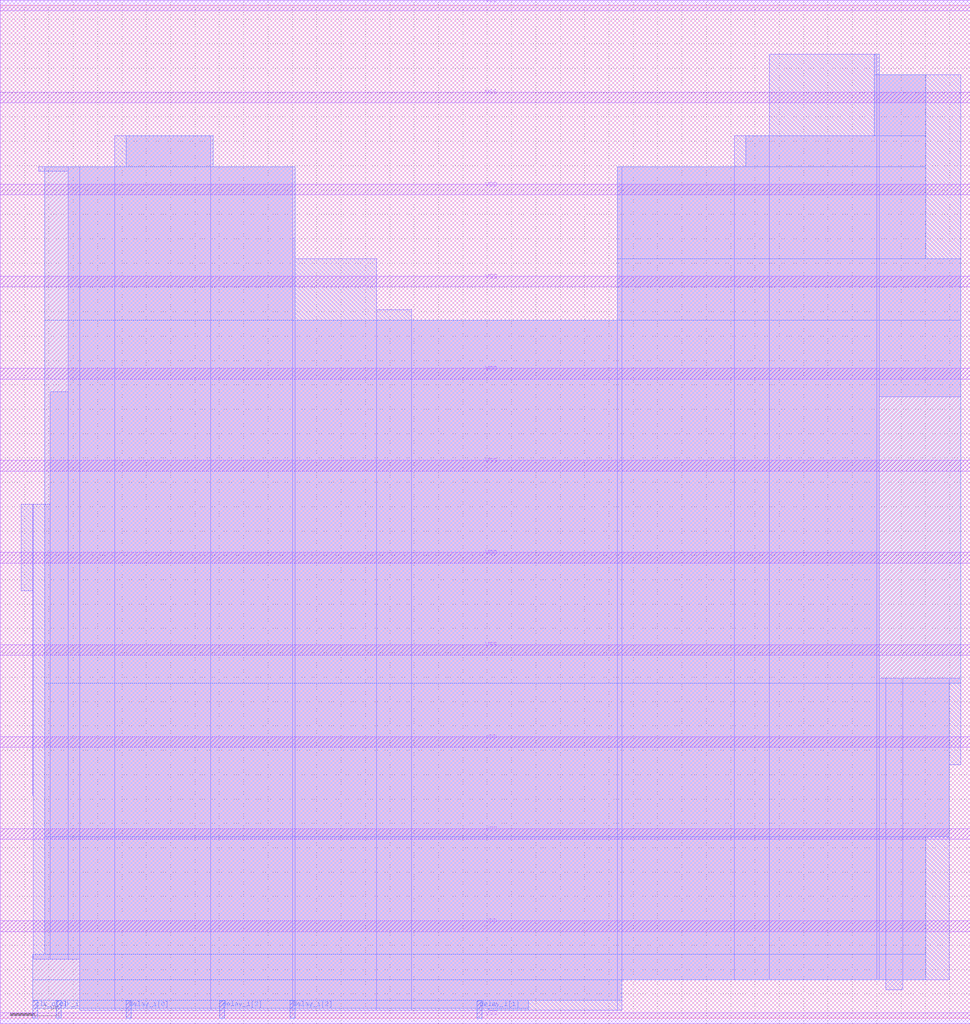
<source format=lef>
VERSION 5.8 ;
BUSBITCHARS "[]" ;
DIVIDERCHAR "/" ;
UNITS
    DATABASE MICRONS 1000 ;
END UNITS
MACRO delay_line_D4_O1_6P000
  FOREIGN delay_line_D4_O1_6P000 0 0 ;
  CLASS BLOCK ;
  SIZE 39.84 BY 41.58 ;
  PIN clk_i
    DIRECTION INPUT ;
    USE SIGNAL ;
    PORT
      LAYER Metal3 ;
        RECT  2.3 0 2.5 0.72 ;
    END
  END clk_i
  PIN clk_o[0]
    DIRECTION OUTPUT ;
    USE SIGNAL ;
    PORT
      LAYER Metal3 ;
        RECT  1.34 0 1.54 0.72 ;
    END
  END clk_o[0]
  PIN delay_i[0]
    DIRECTION INPUT ;
    USE SIGNAL ;
    PORT
      LAYER Metal3 ;
        RECT  5.18 0 5.38 0.72 ;
    END
  END delay_i[0]
  PIN delay_i[1]
    DIRECTION INPUT ;
    USE SIGNAL ;
    PORT
      LAYER Metal3 ;
        RECT  19.58 0 19.78 0.72 ;
    END
  END delay_i[1]
  PIN delay_i[2]
    DIRECTION INPUT ;
    USE SIGNAL ;
    PORT
      LAYER Metal3 ;
        RECT  11.9 0 12.1 0.72 ;
    END
  END delay_i[2]
  PIN delay_i[3]
    DIRECTION INPUT ;
    USE SIGNAL ;
    PORT
      LAYER Metal3 ;
        RECT  9.02 0 9.22 0.72 ;
    END
  END delay_i[3]

  PIN VSS
    DIRECTION INOUT ;
    USE GROUND ;
# P/G power stripe data as pin
    PORT
      LAYER Metal1 ;
        RECT 0.000000 37.580000 39.840000 38.020000 ;
    END
    PORT
      LAYER Metal1 ;
        RECT 0.000000 30.020000 39.840000 30.460000 ;
    END
    PORT
      LAYER Metal1 ;
        RECT 0.000000 22.460000 39.840000 22.900000 ;
    END
    PORT
      LAYER Metal1 ;
        RECT 0.000000 14.900000 39.840000 15.340000 ;
    END
    PORT
      LAYER Metal1 ;
        RECT 0.000000 7.340000 39.840000 7.780000 ;
    END
    PORT
      LAYER Metal1 ;
        RECT 0.000000 -0.220000 39.840000 0.220000 ;
    END
# end of P/G power stripe data as pin
  END VSS

  PIN VDD
    DIRECTION INOUT ;
    USE POWER ;
# P/G power stripe data as pin
    PORT
      LAYER Metal1 ;
        RECT 0.000000 41.360000 39.840000 41.800000 ;
    END
    PORT
      LAYER Metal1 ;
        RECT 0.000000 33.800000 39.840000 34.240000 ;
    END
    PORT
      LAYER Metal1 ;
        RECT 0.000000 26.240000 39.840000 26.680000 ;
    END
    PORT
      LAYER Metal1 ;
        RECT 0.000000 18.680000 39.840000 19.120000 ;
    END
    PORT
      LAYER Metal1 ;
        RECT 0.000000 11.120000 39.840000 11.560000 ;
    END
    PORT
      LAYER Metal1 ;
        RECT 0.000000 3.560000 39.840000 4.000000 ;
    END
# end of P/G power stripe data as pin
  END VDD

  OBS
    LAYER Metal1 ;
     RECT  0 -0.22 39.84 41.8 ;
    LAYER Metal2 ;
     RECT  0.86 17.54 1.34 21.1 ;
     RECT  1.34 9.14 1.345 21.1 ;
     RECT  1.345 2.42 2.06 21.1 ;
     RECT  2.06 2.42 2.785 25.72 ;
     RECT  1.585 34.76 2.785 34.96 ;
     RECT  2.785 2.42 3.26 34.96 ;
     RECT  3.26 0.32 4.705 34.96 ;
     RECT  4.705 0.32 8.64 36.22 ;
     RECT  8.64 0.32 12 34.96 ;
     RECT  12 0.32 12.1 32.02 ;
     RECT  12.1 0.32 15.46 31.18 ;
     RECT  15.46 0.32 16.9 29.08 ;
     RECT  16.9 0.32 25.34 28.66 ;
     RECT  25.34 0.32 25.54 34.96 ;
     RECT  25.54 1.58 30.145 34.96 ;
     RECT  30.145 1.58 31.58 36.22 ;
     RECT  31.58 1.58 36 39.58 ;
     RECT  36 1.58 36.1 38.74 ;
     RECT  36.1 1.58 36.38 13.96 ;
     RECT  36.38 1.16 37.06 13.96 ;
     RECT  37.06 1.58 38.98 13.96 ;
     RECT  38.98 10.4 39.46 13.96 ;
     RECT  36.1 25.52 39.46 38.74 ;
    LAYER Metal3 ;
     RECT  20.06 0.32 21.7 0.42 ;
     RECT  1.34 0.42 21.7 0.74 ;
     RECT  1.34 0.74 25.54 1.58 ;
     RECT  1.34 1.58 38.02 2.62 ;
     RECT  1.82 2.62 38.02 7.46 ;
     RECT  1.82 7.46 38.98 13.76 ;
     RECT  1.82 13.76 39.46 28.66 ;
     RECT  25.34 28.66 39.46 31.18 ;
     RECT  1.82 28.66 12.1 34.96 ;
     RECT  25.34 31.18 38.02 34.96 ;
     RECT  5.18 34.96 8.74 36.22 ;
     RECT  30.62 34.96 38.02 36.22 ;
     RECT  35.9 36.22 38.02 38.74 ;
     RECT  35.9 38.74 36.1 39.58 ;
  END
END delay_line_D4_O1_6P000
END LIBRARY

</source>
